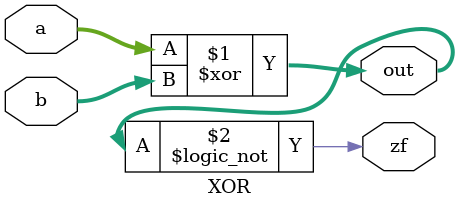
<source format=sv>
`timescale 1ns / 1ps


module XOR(
    input logic [31:0] a, b,
    output logic zf,
    output logic[31:0] out
    );
    
    assign out = a ^ b;
    assign zf = (out == 0);
    
endmodule

</source>
